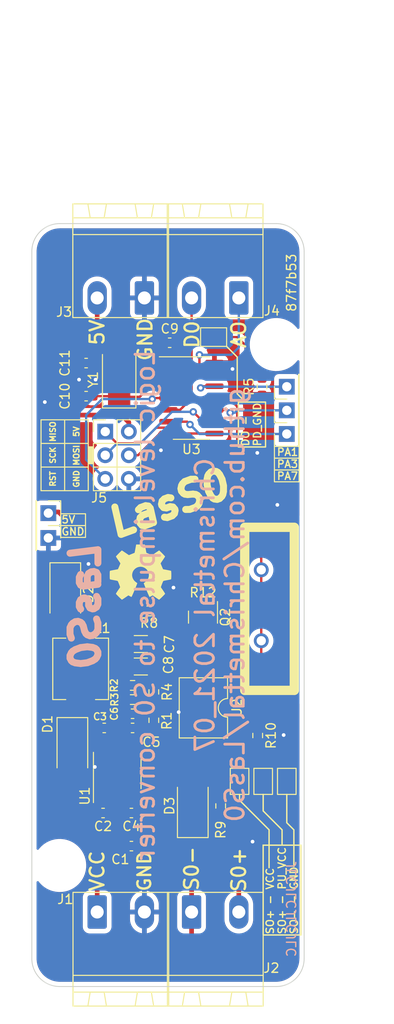
<source format=kicad_pcb>
(kicad_pcb (version 20210623) (generator pcbnew)
  (title_block (title "LasS0") (date "2021-06-03") (rev "v0.1"))
  (layers (0 "F.Cu" signal) (31 "B.Cu" signal) (34 "B.Paste" user) (35 "F.Paste" user) (36 "B.SilkS" user "B.Silkscreen") (37 "F.SilkS" user "F.Silkscreen") (38 "B.Mask" user) (39 "F.Mask" user) (44 "Edge.Cuts" user))
  (net 0 "")
  (net 1 "GND")
  (net 2 "VCC")
  (net 3 "Net-(C3-Pad1)")
  (net 4 "Net-(C3-Pad2)")
  (net 5 "Net-(C4-Pad1)")
  (net 6 "Net-(C5-Pad1)")
  (net 7 "Net-(C5-Pad2)")
  (net 8 "Net-(C7-Pad1)")
  (net 9 "+5V")
  (net 10 "/S0-")
  (net 11 "Net-(D3-Pad2)")
  (net 12 "/S0+")
  (net 13 "/A0")
  (net 14 "/D0")
  (net 15 "Net-(C10-Pad2)")
  (net 16 "Net-(C11-Pad2)")
  (net 17 "/RST")
  (net 18 "Net-(Q2-Pad1)")
  (net 19 "/MOSI")
  (net 20 "Net-(R2-Pad2)")
  (net 21 "Net-(R3-Pad2)")
  (net 22 "Net-(R8-Pad1)")
  (net 23 "Net-(R9-Pad1)")
  (net 25 "/SCK")
  (net 26 "/MISO")
  (net 27 "Net-(J7-Pad1)")
  (net 28 "Net-(J8-Pad1)")
  (net 29 "Net-(J9-Pad1)")
  (net 30 "Net-(JP1_PU1-Pad1)")
  (net 31 "Net-(Q2-Pad3)")
  (net 32 "Net-(R12-Pad2)")
  (net 33 "Net-(JP2_D1-Pad1)")
  (footprint "Crystal:Crystal_SMD_5032-2Pin_5.0x3.2mm" (layer "F.Cu") (at 143.258 75.77 90)
    (fp_text reference "Y1" (at 0 -2.8 90) (layer "F.SilkS"))
    (fp_text value "8 MHz")
    (pad "1" smd rect locked (at -1.85 0 90) (size 2 2.4) (layers "F.Cu" "F.Paste" "F.Mask") (net 15 "Net-(C10-Pad2)"))
    (pad "2" smd rect locked (at 1.85 0 90) (size 2 2.4) (layers "F.Cu" "F.Paste" "F.Mask") (net 16 "Net-(C11-Pad2)"))
  )
  (footprint "Capacitor_SMD:C_0603_1608Metric" (layer "F.Cu") (at 139.702 73.992)
    (fp_text reference "C11" (at -2.286 0 90) (layer "F.SilkS"))
    (fp_text value "22pF")
    (pad "1" smd roundrect locked (at -0.775 0) (size 0.9 0.95) (layers "F.Cu" "F.Paste" "F.Mask") (net 1 "GND"))
    (pad "2" smd roundrect locked (at 0.775 0) (size 0.9 0.95) (layers "F.Cu" "F.Paste" "F.Mask") (net 16 "Net-(C11-Pad2)"))
  )
  (footprint "MeineBib:Cixi_Kefa_Elec_KF2EDGR-5.08-2P" (layer "F.Cu") (at 143.43 62.99 180)
    (fp_text reference "J3" (at 6.096 -5.514) (layer "F.SilkS"))
    (fp_text value "CiKe2PinSock")
    (pad "1" thru_hole roundrect (at -2.54 -4 180) (size 2.08 3.6) (drill 1.4) (layers *.Cu *.Mask) (roundrect_rratio 0.1201918269) (net 1 "GND"))
    (pad "2" thru_hole oval (at 2.54 -4 180) (size 2.08 3.6) (drill 1.4) (layers *.Cu *.Mask) (net 9 "+5V"))
  )
  (footprint "Resistor_SMD:R_0603_1608Metric" (layer "F.Cu") (at 152.2765 97.2345 180)
    (fp_text reference "R12" (at 0 -1.43) (layer "F.SilkS"))
    (fp_text value "220R")
    (pad "1" smd roundrect locked (at -0.825 0 180) (size 0.8 0.95) (layers "F.Cu" "F.Paste" "F.Mask") (net 18 "Net-(Q2-Pad1)"))
    (pad "2" smd roundrect locked (at 0.825 0 180) (size 0.8 0.95) (layers "F.Cu" "F.Paste" "F.Mask") (net 32 "Net-(R12-Pad2)"))
  )
  (footprint "Package_SO:SOIC-14_3.9x8.7mm_P1.27mm" (layer "F.Cu") (at 151.0304 77.7512)
    (fp_text reference "U3" (at 0 5.5118) (layer "F.SilkS"))
    (fp_text value "ATtiny24A-SS")
    (pad "1" smd roundrect locked (at -2.475 -3.81) (size 1.95 0.6) (layers "F.Cu" "F.Paste" "F.Mask") (net 9 "+5V"))
    (pad "2" smd roundrect locked (at -2.475 -2.54) (size 1.95 0.6) (layers "F.Cu" "F.Paste" "F.Mask") (net 16 "Net-(C11-Pad2)"))
    (pad "3" smd roundrect locked (at -2.475 -1.27) (size 1.95 0.6) (layers "F.Cu" "F.Paste" "F.Mask") (net 15 "Net-(C10-Pad2)"))
    (pad "4" smd roundrect locked (at -2.475 0) (size 1.95 0.6) (layers "F.Cu" "F.Paste" "F.Mask") (net 17 "/RST"))
    (pad "5" smd roundrect locked (at -2.475 1.27) (size 1.95 0.6) (layers "F.Cu" "F.Paste" "F.Mask") (net 14 "/D0"))
    (pad "6" smd roundrect locked (at -2.475 2.54) (size 1.95 0.6) (layers "F.Cu" "F.Paste" "F.Mask") (net 29 "Net-(J9-Pad1)"))
    (pad "7" smd roundrect locked (at -2.475 3.81) (size 1.95 0.6) (layers "F.Cu" "F.Paste" "F.Mask") (net 19 "/MOSI"))
    (pad "8" smd roundrect locked (at 2.475 3.81) (size 1.95 0.6) (layers "F.Cu" "F.Paste" "F.Mask") (net 26 "/MISO"))
    (pad "9" smd roundrect locked (at 2.475 2.54) (size 1.95 0.6) (layers "F.Cu" "F.Paste" "F.Mask") (net 25 "/SCK"))
    (pad "10" smd roundrect locked (at 2.475 1.27) (size 1.95 0.6) (layers "F.Cu" "F.Paste" "F.Mask") (net 28 "Net-(J8-Pad1)"))
    (pad "11" smd roundrect locked (at 2.475 0) (size 1.95 0.6) (layers "F.Cu" "F.Paste" "F.Mask") (net 32 "Net-(R12-Pad2)"))
    (pad "12" smd roundrect locked (at 2.475 -1.27) (size 1.95 0.6) (layers "F.Cu" "F.Paste" "F.Mask") (net 27 "Net-(J7-Pad1)"))
    (pad "13" smd roundrect locked (at 2.475 -2.54) (size 1.95 0.6) (layers "F.Cu" "F.Paste" "F.Mask") (net 13 "/A0"))
    (pad "14" smd roundrect locked (at 2.475 -3.81) (size 1.95 0.6) (layers "F.Cu" "F.Paste" "F.Mask") (net 1 "GND"))
  )
  (footprint "Jumper:SolderJumper-2_P1.3mm_Open_TrianglePad1.0x1.5mm" (layer "F.Cu") (at 156.212 118.95 -90)
    (fp_text reference "JP1_VCC1" hide)
    (fp_text value "S0+ VCC")
    (pad "1" smd custom locked (at -0.725 0 270) (size 0.3 0.3) (layers "F.Cu" "F.Mask") (net 2 "VCC") (options (clearance outline) (anchor rect)) (primitives (gr_poly (pts (xy -0.5 -0.75) (xy 0.5 -0.75) (xy 1 0) (xy 0.5 0.75) (xy -0.5 0.75)) (width 0) (fill yes))))
    (pad "2" smd custom locked (at 0.725 0 270) (size 0.3 0.3) (layers "F.Cu" "F.Mask") (net 12 "/S0+") (options (clearance outline) (anchor rect)) (primitives (gr_poly (pts (xy -0.65 -0.75) (xy 0.5 -0.75) (xy 0.5 0.75) (xy -0.65 0.75) (xy -0.15 0)) (width 0) (fill yes))))
  )
  (footprint "Capacitor_SMD:C_1206_3216Metric" (layer "F.Cu") (at 145.589 106.604)
    (fp_text reference "C8" (at 2.9718 -0.1524 90) (layer "F.SilkS"))
    (fp_text value "47uF")
    (pad "1" smd roundrect locked (at -1.475 0) (size 1.15 1.8) (layers "F.Cu" "F.Paste" "F.Mask") (roundrect_rratio 0.2173913043) (net 8 "Net-(C7-Pad1)"))
    (pad "2" smd roundrect locked (at 1.475 0) (size 1.15 1.8) (layers "F.Cu" "F.Paste" "F.Mask") (roundrect_rratio 0.2173913043) (net 1 "GND"))
  )
  (footprint "MeineModule:PinheaderOwn" (layer "F.Cu") (at 135.638 92.788 -90)
    (fp_text reference "J10" hide)
    (fp_text value "Conn_01x01" hide)
    (pad "1" thru_hole rect locked (at 0 0 270) (size 1.7 1.7) (drill 1) (layers *.Cu *.Mask) (net 1 "GND"))
  )
  (footprint "Capacitor_SMD:C_0603_1608Metric" (layer "F.Cu") (at 141.652 113.208)
    (fp_text reference "C3" (at -0.4572 -1.2192) (layer "F.SilkS") (effects (font (size 0.75 0.75))))
    (fp_text value "10nF")
    (pad "1" smd roundrect locked (at -0.775 0) (size 0.9 0.95) (layers "F.Cu" "F.Paste" "F.Mask") (net 3 "Net-(C3-Pad1)"))
    (pad "2" smd roundrect locked (at 0.775 0) (size 0.9 0.95) (layers "F.Cu" "F.Paste" "F.Mask") (net 4 "Net-(C3-Pad2)"))
  )
  (footprint "Package_DIP:SMDIP-4_W9.53mm" (layer "F.Cu") (at 152.32 111.049 -90)
    (fp_text reference "U2" (at 0 -3.6 90) (layer "F.SilkS"))
    (fp_text value "EL817S1")
    (pad "1" smd rect locked (at -4.765 -1.27 270) (size 2 1.78) (layers "F.Cu" "F.Paste" "F.Mask") (net 22 "Net-(R8-Pad1)"))
    (pad "2" smd rect locked (at -4.765 1.27 270) (size 2 1.78) (layers "F.Cu" "F.Paste" "F.Mask") (net 31 "Net-(Q2-Pad3)"))
    (pad "3" smd rect locked (at 4.765 1.27 270) (size 2 1.78) (layers "F.Cu" "F.Paste" "F.Mask") (net 11 "Net-(D3-Pad2)"))
    (pad "4" smd rect locked (at 4.765 -1.27 270) (size 2 1.78) (layers "F.Cu" "F.Paste" "F.Mask") (net 23 "Net-(R9-Pad1)"))
  )
  (footprint "Resistor_SMD:R_0603_1608Metric" (layer "F.Cu") (at 158.625 76.532 -90)
    (fp_text reference "R5" (at 0 1.397 90) (layer "F.SilkS"))
    (fp_text value "10k")
    (pad "1" smd roundrect locked (at -0.825 0 270) (size 0.8 0.95) (layers "F.Cu" "F.Paste" "F.Mask") (net 33 "Net-(JP2_D1-Pad1)"))
    (pad "2" smd roundrect locked (at 0.825 0 270) (size 0.8 0.95) (layers "F.Cu" "F.Paste" "F.Mask") (net 1 "GND"))
  )
  (footprint "Diode_SMD:D_SMA" (layer "F.Cu") (at 138.223 115.494 -90)
    (fp_text reference "D1" (at -2.6924 2.667 90) (layer "F.SilkS"))
    (fp_text value "SS14")
    (pad "1" smd rect locked (at -2 0 270) (size 2.5 1.8) (layers "F.Cu" "F.Paste" "F.Mask") (net 3 "Net-(C3-Pad1)"))
    (pad "2" smd rect locked (at 2 0 270) (size 2.5 1.8) (layers "F.Cu" "F.Paste" "F.Mask") (net 1 "GND"))
  )
  (footprint "MeineModule:PinheaderOwn" (layer "F.Cu") (at 135.638 90.121 -90)
    (fp_text reference "J6" hide)
    (fp_text value "Conn_01x01" hide)
    (pad "1" thru_hole rect locked (at 0 0 270) (size 1.7 1.7) (drill 1) (layers *.Cu *.Mask) (net 9 "+5V"))
  )
  (footprint "Jumper:SolderJumper-2_P1.3mm_Open_TrianglePad1.0x1.5mm" (layer "F.Cu") (at 153.418 71.198 180)
    (fp_text reference "JP2_D1" hide)
    (fp_text value "DO PD")
    (pad "1" smd custom locked (at -0.725 0 180) (size 0.3 0.3) (layers "F.Cu" "F.Mask") (net 33 "Net-(JP2_D1-Pad1)") (options (clearance outline) (anchor rect)) (primitives (gr_poly (pts (xy -0.5 -0.75) (xy 0.5 -0.75) (xy 1 0) (xy 0.5 0.75) (xy -0.5 0.75)) (width 0) (fill yes))))
    (pad "2" smd custom locked (at 0.725 0 180) (size 0.3 0.3) (layers "F.Cu" "F.Mask") (net 14 "/D0") (options (clearance outline) (anchor rect)) (primitives (gr_poly (pts (xy -0.65 -0.75) (xy 0.5 -0.75) (xy 0.5 0.75) (xy -0.65 0.75) (xy -0.15 0)) (width 0) (fill yes))))
  )
  (footprint "Capacitor_SMD:C_0603_1608Metric" (layer "F.Cu") (at 144.7 113.208)
    (fp_text reference "C5" (at 2.032 1.524) (layer "F.SilkS"))
    (fp_text value "4.7nF")
    (pad "1" smd roundrect locked (at -0.775 0) (size 0.9 0.95) (layers "F.Cu" "F.Paste" "F.Mask") (net 6 "Net-(C5-Pad1)"))
    (pad "2" smd roundrect locked (at 0.775 0) (size 0.9 0.95) (layers "F.Cu" "F.Paste" "F.Mask") (net 7 "Net-(C5-Pad2)"))
  )
  (footprint "Symbol:OSHW-Symbol_6.7x6mm_SilkScreen" (layer "F.Cu") (at 145.544 96.471)
    (fp_text reference "LOGO3" hide)
    (fp_text value "OSHW" hide)
  )
  (footprint "Package_TO_SOT_SMD:SOT-23" (layer "F.Cu") (at 152.2765 101.2985 -90)
    (fp_text reference "Q2" (at 0 -2.4 90) (layer "F.SilkS"))
    (fp_text value "AO3400A")
    (pad "1" smd roundrect locked (at -0.9375 -0.95 270) (size 1.475 0.6) (layers "F.Cu" "F.Paste" "F.Mask") (net 18 "Net-(Q2-Pad1)"))
    (pad "2" smd roundrect locked (at -0.9375 0.95 270) (size 1.475 0.6) (layers "F.Cu" "F.Paste" "F.Mask") (net 1 "GND"))
    (pad "3" smd roundrect locked (at 0.9375 0 270) (size 1.475 0.6) (layers "F.Cu" "F.Paste" "F.Mask") (net 31 "Net-(Q2-Pad3)"))
  )
  (footprint "MeineModule:PinheaderOwn" (layer "F.Cu") (at 161.292 81.612 90)
    (fp_text reference "J9" hide)
    (fp_text value "Conn_01x01" hide)
    (pad "1" thru_hole rect locked (at 0 0 90) (size 1.7 1.7) (drill 1) (layers *.Cu *.Mask) (net 29 "Net-(J9-Pad1)"))
  )
  (footprint "Resistor_SMD:R_0603_1608Metric" (layer "F.Cu") (at 158.162 114.0208 -90)
    (fp_text reference "R10" (at 0 -1.43 90) (layer "F.SilkS"))
    (fp_text value "10k")
    (pad "1" smd roundrect locked (at -0.825 0 270) (size 0.8 0.95) (layers "F.Cu" "F.Paste" "F.Mask") (net 2 "VCC"))
    (pad "2" smd roundrect locked (at 0.825 0 270) (size 0.8 0.95) (layers "F.Cu" "F.Paste" "F.Mask") (net 30 "Net-(JP1_PU1-Pad1)"))
  )
  (footprint "Resistor_SMD:R_0603_1608Metric" (layer "F.Cu") (at 146.986 109.335 -90)
    (fp_text reference "R4" (at 0 -1.43 90) (layer "F.SilkS"))
    (fp_text value "220R")
    (pad "1" smd roundrect locked (at -0.825 0 270) (size 0.8 0.95) (layers "F.Cu" "F.Paste" "F.Mask") (net 21 "Net-(R3-Pad2)"))
    (pad "2" smd roundrect locked (at 0.825 0 270) (size 0.8 0.95) (layers "F.Cu" "F.Paste" "F.Mask") (net 1 "GND"))
  )
  (footprint "Capacitor_SMD:C_0603_1608Metric" (layer "F.Cu") (at 141.525 122.352 180)
    (fp_text reference "C2" (at 0 -1.43) (layer "F.SilkS"))
    (fp_text value "10nF")
    (pad "1" smd roundrect locked (at -0.775 0 180) (size 0.9 0.95) (layers "F.Cu" "F.Paste" "F.Mask") (net 2 "VCC"))
    (pad "2" smd roundrect locked (at 0.775 0 180) (size 0.9 0.95) (layers "F.Cu" "F.Paste" "F.Mask") (net 1 "GND"))
  )
  (footprint "Diode_SMD:D_SMA" (layer "F.Cu") (at 151.177 121.59 90)
    (fp_text reference "D3" (at 0 -2.5 90) (layer "F.SilkS"))
    (fp_text value "SS14")
    (pad "1" smd rect locked (at -2 0 90) (size 2.5 1.8) (layers "F.Cu" "F.Paste" "F.Mask") (net 10 "/S0-"))
    (pad "2" smd rect locked (at 2 0 90) (size 2.5 1.8) (layers "F.Cu" "F.Paste" "F.Mask") (net 11 "Net-(D3-Pad2)"))
  )
  (footprint "MeineModule:PinheaderOwn" (layer "F.Cu") (at 161.292 76.532 90)
    (fp_text reference "J7" hide)
    (fp_text value "Conn_01x01" hide)
    (pad "1" thru_hole rect locked (at 0 0 90) (size 1.7 1.7) (drill 1) (layers *.Cu *.Mask) (net 27 "Net-(J7-Pad1)"))
  )
  (footprint "MeineBib:EigenesMountingHole_2.7mm_M2.5" (layer "F.Cu") (at 136.86 127.99)
    (fp_text reference "H2" hide)
    (fp_text value "MountingHole")
    (pad "" np_thru_hole circle (at 0 0) (size 2.7 2.7) (drill 2.7) (layers *.Cu *.Mask) (clearance 1.5))
  )
  (footprint "MeineBib:Cixi_Kefa_Elec_KF2EDGR-5.08-2P" (layer "F.Cu") (at 153.59 62.99 180)
    (fp_text reference "J4" (at -6.096 -5.387) (layer "F.SilkS"))
    (fp_text value "CiKe2PinSock")
    (pad "1" thru_hole roundrect (at -2.54 -4 180) (size 2.08 3.6) (drill 1.4) (layers *.Cu *.Mask) (roundrect_rratio 0.1201918269) (net 13 "/A0"))
    (pad "2" thru_hole oval (at 2.54 -4 180) (size 2.08 3.6) (drill 1.4) (layers *.Cu *.Mask) (net 14 "/D0"))
  )
  (footprint "Resistor_SMD:R_0603_1608Metric" (layer "F.Cu") (at 146.986 112.383 90)
    (fp_text reference "R1" (at -0.063 1.397 90) (layer "F.SilkS"))
    (fp_text value "47K")
    (pad "1" smd roundrect locked (at -0.825 0 90) (size 0.8 0.95) (layers "F.Cu" "F.Paste" "F.Mask") (net 7 "Net-(C5-Pad2)"))
    (pad "2" smd roundrect locked (at 0.825 0 90) (size 0.8 0.95) (layers "F.Cu" "F.Paste" "F.Mask") (net 1 "GND"))
  )
  (footprint "Resistor_SMD:R_0603_1608Metric" (layer "F.Cu") (at 146.478 100.635 180)
    (fp_text reference "R8" (at 0 -1.297) (layer "F.SilkS"))
    (fp_text value "220R")
    (pad "1" smd roundrect locked (at -0.825 0 180) (size 0.8 0.95) (layers "F.Cu" "F.Paste" "F.Mask") (net 22 "Net-(R8-Pad1)"))
    (pad "2" smd roundrect locked (at 0.825 0 180) (size 0.8 0.95) (layers "F.Cu" "F.Paste" "F.Mask") (net 9 "+5V"))
  )
  (footprint "MeineModule:PinheaderOwn" (layer "F.Cu") (at 161.292 79.072 90)
    (fp_text reference "J8" hide)
    (fp_text value "Conn_01x01" hide)
    (pad "1" thru_hole rect locked (at 0 0 90) (size 1.7 1.7) (drill 1) (layers *.Cu *.Mask) (net 28 "Net-(J8-Pad1)"))
  )
  (footprint "Diode_SMD:D_SMA" (layer "F.Cu") (at 137.461 98.857 -90)
    (fp_text reference "D2" (at 0 -2.5 90) (layer "F.SilkS"))
    (fp_text value "SS14")
    (pad "1" smd rect locked (at -2 0 270) (size 2.5 1.8) (layers "F.Cu" "F.Paste" "F.Mask") (net 9 "+5V"))
    (pad "2" smd rect locked (at 2 0 270) (size 2.5 1.8) (layers "F.Cu" "F.Paste" "F.Mask") (net 8 "Net-(C7-Pad1)"))
  )
  (footprint "Capacitor_SMD:C_0603_1608Metric" (layer "F.Cu") (at 144.573 125.908 180)
    (fp_text reference "C1" (at 1.188 -1.424 180) (layer "F.SilkS"))
    (fp_text value "100nF")
    (pad "1" smd roundrect locked (at -0.775 0 180) (size 0.9 0.95) (layers "F.Cu" "F.Paste" "F.Mask") (net 1 "GND"))
    (pad "2" smd roundrect locked (at 0.775 0 180) (size 0.9 0.95) (layers "F.Cu" "F.Paste" "F.Mask") (net 2 "VCC"))
  )
  (footprint "MeineBib:Binary_6_v0.1" (layer "F.Cu") (at 159.51 100 90)
    (fp_text reference "LOGO1" hide)
    (fp_text value "Binary-6" hide)
    (fp_text user "Binary-6" (at -2.0654 0.8128 90) (layer "F.Cu") (effects (font (size 1.2 1.2) (thickness 0.2))))
    (fp_line (start 3.5306 1.8288) (end -8.9408 1.8288) (layer "F.Cu") (width 0.25))
    (fp_line (start -5.6134 -0.9652) (end -8.4074 1.8288) (layer "F.Cu") (width 0.25))
    (fp_line (start 8.128 -1.2192) (end 6.5786 -1.2192) (layer "F.Cu") (width 0.25))
    (fp_line (start 5.0546 -0.9652) (end 6.0706 -1.9812) (layer "F.Cu") (width 0.25))
    (fp_line (start 3.7846 -0.9652) (end 5.0546 -0.9652) (layer "F.Cu") (width 0.25))
    (fp_line (start 6.5786 -1.2192) (end 3.5306 1.8288) (layer "F.Cu") (width 0.25))
    (fp_line (start -3.8354 -0.9652) (end -5.6134 -0.9652) (layer "F.Cu") (width 0.25))
    (fp_line (start 1.2446 -0.9652) (end 3.7846 -0.9652) (layer "F.Cu") (width 0.25))
    (fp_line (start -3.8354 -0.9652) (end -1.2954 -0.9652) (layer "F.Cu") (width 0.25))
    (fp_line (start 6.0706 -1.9812) (end 8.0772 -1.9812) (layer "F.Cu") (width 0.25))
    (pad "" thru_hole oval locked (at 3.7846 -0.9652 90) (size 1.6 1.6) (drill 1) (layers *.Cu *.Mask))
    (pad "" thru_hole circle locked (at -3.8354 -0.9652 90) (size 1.6 1.6) (drill 1) (layers *.Cu *.Mask))
    (pad "" smd roundrect locked (at -0.8954 -0.9652 90) (size 0.9 1.8) (layers "F.Cu" "F.Mask"))
    (pad "" smd roundrect locked (at 0.8446 -0.9652 90) (size 0.9 1.8) (layers "F.Cu" "F.Mask"))
  )
  (footprint "Jumper:SolderJumper-2_P1.3mm_Open_TrianglePad1.0x1.5mm" (layer "F.Cu") (at 158.752 118.95 -90)
    (fp_text reference "JP1_PU1" hide)
    (fp_text value "S0+ PU")
    (pad "1" smd custom locked (at -0.725 0 270) (size 0.3 0.3) (layers "F.Cu" "F.Mask") (net 30 "Net-(JP1_PU1-Pad1)") (options (clearance outline) (anchor rect)) (primitives (gr_poly (pts (xy -0.5 -0.75) (xy 0.5 -0.75) (xy 1 0) (xy 0.5 0.75) (xy -0.5 0.75)) (width 0) (fill yes))))
    (pad "2" smd custom locked (at 0.725 0 270) (size 0.3 0.3) (layers "F.Cu" "F.Mask") (net 12 "/S0+") (options (clearance outline) (anchor rect)) (primitives (gr_poly (pts (xy -0.65 -0.75) (xy 0.5 -0.75) (xy 0.5 0.75) (xy -0.65 0.75) (xy -0.15 0)) (width 0) (fill yes))))
  )
  (footprint "Resistor_SMD:R_0603_1608Metric" (layer "F.Cu") (at 144.7 108.636)
    (fp_text reference "R2" (at -1.9812 0 90) (layer "F.SilkS") (effects (font (size 0.75 0.75))))
    (fp_text value "10k")
    (pad "1" smd roundrect locked (at -0.825 0) (size 0.8 0.95) (layers "F.Cu" "F.Paste" "F.Mask") (net 8 "Net-(C7-Pad1)"))
    (pad "2" smd roundrect locked (at 0.825 0) (size 0.8 0.95) (layers "F.Cu" "F.Paste" "F.Mask") (net 20 "Net-(R2-Pad2)"))
  )
  (footprint "Resistor_SMD:R_0603_1608Metric" (layer "F.Cu") (at 144.7 110.16)
    (fp_text reference "R3" (at -1.9304 0 90) (layer "F.SilkS") (effects (font (size 0.75 0.75))))
    (fp_text value "1.5k")
    (pad "1" smd roundrect locked (at -0.825 0) (size 0.8 0.95) (layers "F.Cu" "F.Paste" "F.Mask") (net 20 "Net-(R2-Pad2)"))
    (pad "2" smd roundrect locked (at 0.825 0) (size 0.8 0.95) (layers "F.Cu" "F.Paste" "F.Mask") (net 21 "Net-(R3-Pad2)"))
  )
  (footprint "MeineBib:Cixi_Kefa_Elec_KF2EDGR-5.08-2P" (layer "F.Cu") (at 143.43 136.99)
    (fp_text reference "J1" (at -5.969 -5.367) (layer "F.SilkS"))
    (fp_text value "CiKe2PinSock")
    (pad "1" thru_hole roundrect (at -2.54 -4) (size 2.08 3.6) (drill 1.4) (layers *.Cu *.Mask) (roundrect_rratio 0.1201918269) (net 2 "VCC"))
    (pad "2" thru_hole oval (at 2.54 -4) (size 2.08 3.6) (drill 1.4) (layers *.Cu *.Mask) (net 1 "GND"))
  )
  (footprint "Resistor_SMD:R_0603_1608Metric" (layer "F.Cu") (at 154.18 121.59 -90)
    (fp_text reference "R9" (at 2.567 0 90) (layer "F.SilkS"))
    (fp_text value "220R")
    (pad "1" smd roundrect locked (at -0.825 0 270) (size 0.8 0.95) (layers "F.Cu" "F.Paste" "F.Mask") (net 23 "Net-(R9-Pad1)"))
    (pad "2" smd roundrect locked (at 0.825 0 270) (size 0.8 0.95) (layers "F.Cu" "F.Paste" "F.Mask") (net 12 "/S0+"))
  )
  (footprint "Capacitor_SMD:C_0603_1608Metric" (layer "F.Cu") (at 144.573 122.352)
    (fp_text reference "C4" (at 0 1.4224) (layer "F.SilkS"))
    (fp_text value "10nF")
    (pad "1" smd roundrect locked (at -0.775 0) (size 0.9 0.95) (layers "F.Cu" "F.Paste" "F.Mask") (net 5 "Net-(C4-Pad1)"))
    (pad "2" smd roundrect locked (at 0.775 0) (size 0.9 0.95) (layers "F.Cu" "F.Paste" "F.Mask") (net 1 "GND"))
  )
  (footprint "MeineBib:AVR_ISP" (layer "F.Cu") (at 141.7594 81.358)
    (fp_text reference "J5" (at -0.6604 7.112 180) (layer "F.SilkS"))
    (fp_text value "ICSP")
    (fp_text user "SCK" (at -5.6388 2.54 90) (layer "F.SilkS") (effects (font (size 0.6 0.6))))
    (fp_text user "RST" (at -5.6388 5.08 90) (layer "F.SilkS") (effects (font (size 0.6 0.6))))
    (fp_text user "MISO" (at -5.6388 0 270) (layer "F.SilkS") (effects (font (size 0.6 0.6))))
    (fp_text user "GND" (at -3.0988 5.08 90) (layer "F.SilkS") (effects (font (size 0.6 0.6))))
    (fp_text user "5V" (at -3.0988 0 90) (layer "F.SilkS") (effects (font (size 0.6 0.6))))
    (fp_text user "MOSI" (at -3.0988 2.54 90) (layer "F.SilkS") (effects (font (size 0.6 0.6))))
    (pad "1" thru_hole rect (at 0 0) (size 1.7 1.7) (drill 1) (layers *.Cu *.Mask) (net 26 "/MISO"))
    (pad "2" thru_hole oval (at 2.54 0) (size 1.7 1.7) (drill 1) (layers *.Cu *.Mask) (net 9 "+5V"))
    (pad "3" thru_hole oval (at 0 2.54) (size 1.7 1.7) (drill 1) (layers *.Cu *.Mask) (net 25 "/SCK"))
    (pad "4" thru_hole oval (at 2.54 2.54) (size 1.7 1.7) (drill 1) (layers *.Cu *.Mask) (net 19 "/MOSI"))
    (pad "5" thru_hole oval (at 0 5.08) (size 1.7 1.7) (drill 1) (layers *.Cu *.Mask) (net 17 "/RST"))
    (pad "6" thru_hole oval (at 2.54 5.08) (size 1.7 1.7) (drill 1) (layers *.Cu *.Mask) (net 1 "GND"))
  )
  (footprint "MeineBib:Sunltech_SLO0630H" (layer "F.Cu") (at 139.112 106.858 -90)
    (fp_text reference "L1" (at -4.3688 -2.3368 180) (layer "F.SilkS"))
    (fp_text value "6.8uH")
    (pad "1" smd rect (at -2.75 0 270) (size 1.95 3) (layers "F.Cu" "F.Paste" "F.Mask") (net 8 "Net-(C7-Pad1)"))
    (pad "2" smd rect (at 2.75 0 270) (size 1.95 3) (layers "F.Cu" "F.Paste" "F.Mask") (net 3 "Net-(C3-Pad1)"))
  )
  (footprint "MeineBib:Cixi_Kefa_Elec_KF2EDGR-5.08-2P" (layer "F.Cu") (at 153.59 136.99)
    (fp_text reference "J2" (at 6.051 2.026) (layer "F.SilkS"))
    (fp_text value "CiKe2PinSock")
    (pad "1" thru_hole roundrect (at -2.54 -4) (size 2.08 3.6) (drill 1.4) (layers *.Cu *.Mask) (roundrect_rratio 0.1201918269) (net 10 "/S0-"))
    (pad "2" thru_hole oval (at 2.54 -4) (size 2.08 3.6) (drill 1.4) (layers *.Cu *.Mask) (net 12 "/S0+"))
  )
  (footprint "Jumper:SolderJumper-2_P1.3mm_Open_TrianglePad1.0x1.5mm" (layer "F.Cu") (at 161.292 118.95 90)
    (fp_text reference "JP1_D1" hide)
    (fp_text value "S0- GND")
    (pad "1" smd custom locked (at -0.725 0 90) (size 0.3 0.3) (layers "F.Cu" "F.Mask") (net 10 "/S0-") (options (clearance outline) (anchor rect)) (primitives (gr_poly (pts (xy -0.5 -0.75) (xy 0.5 -0.75) (xy 1 0) (xy 0.5 0.75) (xy -0.5 0.75)) (width 0) (fill yes))))
    (pad "2" smd custom locked (at 0.725 0 90) (size 0.3 0.3) (layers "F.Cu" "F.Mask") (net 1 "GND") (options (clearance outline) (anchor rect)) (primitives (gr_poly (pts (xy -0.65 -0.75) (xy 0.5 -0.75) (xy 0.5 0.75) (xy -0.65 0.75) (xy -0.15 0)) (width 0) (fill yes))))
  )
  (footprint "Capacitor_SMD:C_1206_3216Metric" (layer "F.Cu") (at 145.589 104.191)
    (fp_text reference "C7" (at 3.0734 0.0254 90) (layer "F.SilkS"))
    (fp_text value "47uF")
    (pad "1" smd roundrect locked (at -1.475 0) (size 1.15 1.8) (layers "F.Cu" "F.Paste" "F.Mask") (roundrect_rratio 0.2173913043) (net 8 "Net-(C7-Pad1)"))
    (pad "2" smd roundrect locked (at 1.475 0) (size 1.15 1.8) (layers "F.Cu" "F.Paste" "F.Mask") (roundrect_rratio 0.2173913043) (net 1 "GND"))
  )
  (footprint "MeineBib:EigenesMountingHole_2.7mm_M2.5" (layer "F.Cu") (at 160.16 72)
    (fp_text reference "H1" hide)
    (fp_text value "MountingHole")
    (pad "" np_thru_hole circle (at 0 0) (size 2.7 2.7) (drill 2.7) (layers *.Cu *.Mask) (clearance 1.5))
  )
  (footprint "Package_SO:SOIC-8_3.9x4.9mm_P1.27mm" (layer "F.Cu") (at 143.049 117.78 90)
    (fp_text reference "U1" (at -2.7432 -3.4798 90) (layer "F.SilkS"))
    (fp_text value "TPS54331D")
    (pad "1" smd roundrect locked (at -2.475 -1.905 90) (size 1.95 0.6) (layers "F.Cu" "F.Paste" "F.Mask") (net 4 "Net-(C3-Pad2)"))
    (pad "2" smd roundrect locked (at -2.475 -0.635 90) (size 1.95 0.6) (layers "F.Cu" "F.Paste" "F.Mask") (net 2 "VCC"))
    (pad "3" smd roundrect locked (at -2.475 0.635 90) (size 1.95 0.6) (layers "F.Cu" "F.Paste" "F.Mask"))
    (pad "4" smd roundrect locked (at -2.475 1.905 90) (size 1.95 0.6) (layers "F.Cu" "F.Paste" "F.Mask") (net 5 "Net-(C4-Pad1)"))
    (pad "5" smd roundrect locked (at 2.475 1.905 90) (size 1.95 0.6) (layers "F.Cu" "F.Paste" "F.Mask") (net 20 "Net-(R2-Pad2)"))
    (pad "6" smd roundrect locked (at 2.475 0.635 90) (size 1.95 0.6) (layers "F.Cu" "F.Paste" "F.Mask") (net 6 "Net-(C5-Pad1)"))
    (pad "7" smd roundrect locked (at 2.475 -0.635 90) (size 1.95 0.6) (layers "F.Cu" "F.Paste" "F.Mask") (net 1 "GND"))
    (pad "8" smd roundrect locked (at 2.475 -1.905 90) (size 1.95 0.6) (layers "F.Cu" "F.Paste" "F.Mask") (net 3 "Net-(C3-Pad1)"))
  )
  (footprint "Capacitor_SMD:C_0603_1608Metric" (layer "F.Cu") (at 144.7 111.684)
    (fp_text reference "C6" (at -1.9812 0 90) (layer "F.SilkS") (effects (font (size 0.75 0.75))))
    (fp_text value "33pF")
    (pad "1" smd roundrect locked (at -0.775 0) (size 0.9 0.95) (layers "F.Cu" "F.Paste" "F.Mask") (net 6 "Net-(C5-Pad1)"))
    (pad "2" smd roundrect locked (at 0.775 0) (size 0.9 0.95) (layers "F.Cu" "F.Paste" "F.Mask") (net 1 "GND"))
  )
  (footprint "Capacitor_SMD:C_0603_1608Metric" (layer "F.Cu") (at 148.6936 71.8076 180)
    (fp_text reference "C9" (at 0 1.4986) (layer "F.SilkS"))
    (fp_text value "100nF")
    (pad "1" smd roundrect locked (at -0.775 0 180) (size 0.9 0.95) (layers "F.Cu" "F.Paste" "F.Mask") (net 1 "GND"))
    (pad "2" smd roundrect locked (at 0.775 0 180) (size 0.9 0.95) (layers "F.Cu" "F.Paste" "F.Mask") (net 9 "+5V"))
  )
  (footprint "Capacitor_SMD:C_0603_1608Metric" (layer "F.Cu") (at 139.702 77.548)
    (fp_text reference "C10" (at -2.286 0 90) (layer "F.SilkS"))
    (fp_text value "22pF")
    (pad "1" smd roundrect locked (at -0.775 0) (size 0.9 0.95) (layers "F.Cu" "F.Paste" "F.Mask") (net 1 "GND"))
    (pad "2" smd roundrect locked (at 0.775 0) (size 0.9 0.95) (layers "F.Cu" "F.Paste" "F.Mask") (net 15 "Net-(C10-Pad2)"))
  )
  (gr_rect (start 159.962 84.212) (end 162.629 82.942) (layer "F.SilkS") (width 0.12) (fill none))
  (gr_line (start 156.847 78.183) (end 155.958 77.294) (layer "F.SilkS") (width 0.15))
  (gr_line (start 156.212 120.982) (end 156.212 120.35) (layer "F.SilkS") (width 0.15))
  (gr_rect (start 159.962 86.752) (end 162.629 85.482) (layer "F.SilkS") (width 0.12) (fill none))
  (gr_line (start 155.958 73.338) (end 155.958 77.294) (layer "F.SilkS") (width 0.15))
  (gr_rect (start 136.968 91.458) (end 139.635 90.188) (layer "F.SilkS") (width 0.12) (fill none))
  (gr_line (start 162.054 128.094) (end 162.054 124.157) (layer "F.SilkS") (width 0.15))
  (gr_line (start 159.387 125.3) (end 159.387 124.157) (layer "F.SilkS") (width 0.15))
  (gr_line (start 154.818 72.198) (end 155.958 73.338) (layer "F.SilkS") (width 0.15))
  (gr_line (start 159.387 124.157) (end 156.72 121.49) (layer "F.SilkS") (width 0.15))
  (gr_line (start 160.784 124.157) (end 160.784 125.808) (layer "F.SilkS") (width 0.15))
  (gr_rect (start 156.085 83.009) (end 159.006 78.183) (layer "F.SilkS") (width 0.15) (fill none))
  (gr_line (start 162.054 124.157) (end 161.292 123.395) (layer "F.SilkS") (width 0.15))
  (gr_line (start 159.387 128.221) (end 159.387 125.3) (layer "F.SilkS") (width 0.15))
  (gr_rect (start 159.962 85.482) (end 162.629 84.212) (layer "F.SilkS") (width 0.12) (fill none))
  (gr_line (start 158.752 120.35) (end 158.752 122.125) (layer "F.SilkS") (width 0.15))
  (gr_line (start 161.292 123.395) (end 161.292 120.35) (layer "F.SilkS") (width 0.15))
  (gr_line (start 156.72 121.49) (end 156.212 120.982) (layer "F.SilkS") (width 0.15))
  (gr_rect (start 136.968 92.728) (end 139.635 91.458) (layer "F.SilkS") (width 0.12) (fill none))
  (gr_line (start 158.752 122.125) (end 160.784 124.157) (layer "F.SilkS") (width 0.15))
  (gr_rect (start 158.75 135.46) (end 162.814 125.808) (layer "F.SilkS") (width 0.15) (fill none))
  (gr_arc (start 136.86 62) (end 133.86 62) (angle 90) (layer "Edge.Cuts") (width 0.1))
  (gr_line (start 163.16 138) (end 163.16 62) (layer "Edge.Cuts") (width 0.1))
  (gr_arc (start 160.16 62) (end 160.16 59) (angle 90) (layer "Edge.Cuts") (width 0.1))
  (gr_line (start 133.86 62) (end 133.86 138) (layer "Edge.Cuts") (width 0.1))
  (gr_arc (start 136.86 138) (end 133.86 138) (angle -90) (layer "Edge.Cuts") (width 0.1))
  (gr_arc (start 160.16 138) (end 163.16 138) (angle 90) (layer "Edge.Cuts") (width 0.1))
  (gr_line (start 160.16 59) (end 136.86 59) (layer "Edge.Cuts") (width 0.1))
  (gr_line (start 136.86 141) (end 160.16 141) (layer "Edge.Cuts") (width 0.1))
  (gr_text "LasS0" (at 139.62 100 90) (layer "B.SilkS") (effects (font (size 3 3) (thickness 0.75) italic) (justify mirror)))
  (gr_text "Logic level impulse to S0 converter\n\nChrismettal 2021_07\ngithub.com/Chrismettal/LasS0" (at 150.878 100 90) (layer "B.SilkS") (effects (font (size 2 2) (thickness 0.3)) (justify mirror)))
  (gr_text "JLCJLCJLCJLC" (at 161.8 132.666 90) (layer "B.SilkS") (effects (font (size 1 1)) (justify mirror)))
  (gr_text "GND" (at 146.052 71.452 90) (layer "F.SilkS") (effects (font (size 1.5 1.5) (thickness 0.25))))
  (gr_text "PA1\nPA3\nPA7" (at 160.149 84.847) (layer "F.SilkS") (effects (font (size 0.8 0.8)) (justify left)))
  (gr_text "VCC" (at 140.89 128.575 90) (layer "F.SilkS") (effects (font (size 1.5 1.5) (thickness 0.25))))
  (gr_text "SO+ - VCC\nSO+ - PU_VCC\nSO- - GND" (at 160.782 135.46 90) (layer "F.SilkS") (effects (font (size 0.8 0.8)) (justify left)))
  (gr_text "D0" (at 151.1008 70.917 90) (layer "F.SilkS") (effects (font (size 1.5 1.5) (thickness 0.25))))
  (gr_text "AO" (at 156.13 70.917 90) (layer "F.SilkS") (effects (font (size 1.5 1.5) (thickness 0.25))))
  (gr_text "5V" (at 140.89 70.69 90) (layer "F.SilkS") (effects (font (size 1.5 1.5) (thickness 0.25))))
  (gr_text "87f7b53" (at 161.8 65.356 90) (layer "F.SilkS") (effects (font (size 1 1))))
  (gr_text "GND" (at 145.97 128.602 90) (layer "F.SilkS") (effects (font (size 1.4 1.4) (thickness 0.25))))
  (gr_text "S0-" (at 151.05 128.321 90) (layer "F.SilkS") (effects (font (size 1.5 1.5) (thickness 0.25))))
  (gr_text "DO -\nPD_GND" (at 157.482 83.009 90) (layer "F.SilkS") (effects (font (size 0.8 0.8)) (justify left)))
  (gr_text "S0+" (at 156.13 128.448 90) (layer "F.SilkS") (effects (font (size 1.5 1.5) (thickness 0.25))))
  (gr_text "LasS0" (at 148.592 89.105 20) (layer "F.SilkS") (effects (font (size 3 3) (thickness 0.75) italic)))
  (gr_text "5V\nGND" (at 136.968 91.458) (layer "F.SilkS") (effects (font (size 0.8 0.8)) (justify left)))
  (segment (start 141.398 118.288) (end 140.128 118.288) (width 0.5) (layer "F.Cu") (net 1))
  (segment (start 140.75 122.352) (end 140.128 121.73) (width 0.5) (layer "F.Cu") (net 1))
  (segment (start 146.097 111.684) (end 146.223 111.558) (width 0.5) (layer "F.Cu") (net 1))
  (segment (start 142.414 117.272) (end 141.398 118.288) (width 0.5) (layer "F.Cu") (net 1))
  (segment (start 146.986 110.16) (end 146.986 111.558) (width 0.5) (layer "F.Cu") (net 1))
  (segment (start 140.128 121.73) (end 140.128 118.288) (width 0.5) (layer "F.Cu") (net 1))
  (segment (start 142.414 115.305) (end 142.414 117.272) (width 0.5) (layer "F.Cu") (net 1))
  (segment (start 139.334 117.494) (end 138.223 117.494) (width 0.5) (layer "F.Cu") (net 1))
  (segment (start 145.475 111.684) (end 146.097 111.684) (width 0.5) (layer "F.Cu") (net 1))
  (segment (start 146.223 111.558) (end 146.986 111.558) (width 0.5) (layer "F.Cu") (net 1))
  (segment (start 140.128 118.288) (end 139.334 117.494) (width 0.5) (layer "F.Cu") (net 1))
  (segment (start 147.064 104.191) (end 147.064 106.604) (width 0.5) (layer "F.Cu") (net 1))
  (via (at 149.1 98.122) (size 0.8) (drill 0.4) (layers "F.Cu" "B.Cu") (net 1))
  (via (at 138.94 75.77) (size 0.8) (drill 0.4) (layers "F.Cu" "B.Cu") (net 1))
  (via (at 157.609 125.427) (size 0.8) (drill 0.4) (layers "F.Cu" "B.Cu") (net 1))
  (via (at 135.257 78.183) (size 0.8) (drill 0.4) (layers "F.Cu" "B.Cu") (net 1))
  (via (at 160.956 113.97) (size 0.8) (drill 0.4) (layers "F.Cu" "B.Cu") (net 1))
  (via (at 155.45 74.627) (size 0.8) (drill 0.4) (layers "F.Cu" "B.Cu") (net 1))
  (via (at 140.718 75.77) (size 0.8) (drill 0.4) (layers "F.Cu" "B.Cu") (net 1))
  (via (at 140.636 117.399) (size 0.8) (drill 0.4) (layers "F.Cu" "B.Cu") (net 1))
  (via (at 147.748 83.363) (size 0.8) (drill 0.4) (layers "F.Cu" "B.Cu") (net 1))
  (via (at 158.117 83.644) (size 0.8) (drill 0.4) (layers "F.Cu" "B.Cu") (net 1))
  (via (at 149.6588 111.5078) (size 0.8) (drill 0.4) (layers "F.Cu" "B.Cu") (net 1))
  (via (at 139.956 95.582) (size 0.8) (drill 0.4) (layers "F.Cu" "B.Cu") (net 1))
  (via (at 160.276 89.232) (size 0.8) (drill 0.4) (layers "F.Cu" "B.Cu") (net 1))
  (segment (start 156.212 113.3852) (end 154.6002 111.7734) (width 0.5) (layer "F.Cu") (net 2))
  (segment (start 147.5956 115.7988) (end 151.621 111.7734) (width 0.5) (layer "F.Cu") (net 2))
  (segment (start 142.3 124.4472) (end 142.3 122.352) (width 0.5) (layer "F.Cu") (net 2))
  (segment (start 140.89 127.94) (end 142.3 126.53) (width 0.5) (layer "F.Cu") (net 2))
  (segment (start 142.3 122.352) (end 142.3 121.831) (width 0.5) (layer "F.Cu") (net 2))
  (segment (start 156.212 118.225) (end 156.212 113.3852) (width 0.5) (layer "F.Cu") (net 2))
  (segment (start 143.798 125.908) (end 142.922 125.908) (width 0.5) (layer "F.Cu") (net 2))
  (segment (start 142.3124 124.4348) (end 146.1732 124.4348) (width 0.5) (layer "F.Cu") (net 2))
  (segment (start 146.1732 124.4348) (end 147.5956 123.0124) (width 0.5) (layer "F.Cu") (net 2))
  (segment (start 154.6002 111.7734) (end 156.7396 111.7734) (width 0.5) (layer "F.Cu") (net 2))
  (segment (start 142.922 125.908) (end 142.3 126.53) (width 0.5) (layer "F.Cu") (net 2))
  (segment (start 151.621 111.7734) (end 154.6002 111.7734) (width 0.5) (layer "F.Cu") (net 2))
  (segment (start 142.3 126.53) (end 142.3 124.4472) (width 0.5) (layer "F.Cu") (net 2))
  (segment (start 142.3 124.4472) (end 142.3124 124.4348) (width 0.5) (layer "F.Cu") (net 2))
  (segment (start 147.5956 123.0124) (end 147.5956 115.7988) (width 0.5) (layer "F.Cu") (net 2))
  (segment (start 142.3 121.831) (end 142.414 121.717) (width 0.5) (layer "F.Cu") (net 2))
  (segment (start 142.414 121.717) (end 142.414 120.255) (width 0.5) (layer "F.Cu") (net 2))
  (segment (start 156.7396 111.7734) (end 158.162 113.1958) (width 0.5) (layer "F.Cu") (net 2))
  (segment (start 140.89 132.99) (end 140.89 127.94) (width 0.5) (layer "F.Cu") (net 2))
  (segment (start 139.334 113.494) (end 139.62 113.208) (width 0.5) (layer "F.Cu") (net 3))
  (segment (start 139.62 113.208) (end 140.877 113.208) (width 0.5) (layer "F.Cu") (net 3))
  (segment (start 140.877 113.208) (end 140.877 113.957) (width 0.5) (layer "F.Cu") (net 3))
  (segment (start 138.223 113.494) (end 139.334 113.494) (width 0.5) (layer "F.Cu") (net 3))
  (segment (start 139.112 109.608) (end 139.112 110.668) (width 0.5) (layer "F.Cu") (net 3))
  (segment (start 141.144 114.224) (end 141.144 115.305) (width 0.5) (layer "F.Cu") (net 3))
  (segment (start 140.877 113.957) (end 141.144 114.224) (width 0.5) (layer "F.Cu") (net 3))
  (segment (start 139.112 110.668) (end 138.223 111.557) (width 0.5) (layer "F.Cu") (net 3))
  (segment (start 138.223 111.557) (end 138.223 113.494) (width 0.5) (layer "F.Cu") (net 3))
  (segment (start 141.144 119.177) (end 141.144 120.255) (width 0.25) (layer "F.Cu") (net 4))
  (segment (start 142.033 118.923) (end 141.398 118.923) (width 0.25) (layer "F.Cu") (net 4))
  (segment (start 142.427 113.664854) (end 143.03852 114.276374) (width 0.25) (layer "F.Cu") (net 4))
  (segment (start 141.398 118.923) (end 141.144 119.177) (width 0.25) (layer "F.Cu") (net 4))
  (segment (start 142.427 113.208) (end 142.427 113.664854) (width 0.25) (layer "F.Cu") (net 4))
  (segment (start 143.03852 117.91748) (end 142.033 118.923) (width 0.25) (layer "F.Cu") (net 4))
  (segment (start 143.03852 114.276374) (end 143.03852 117.91748) (width 0.25) (layer "F.Cu") (net 4))
  (segment (start 143.798 122.352) (end 144.954 121.196) (width 0.25) (layer "F.Cu") (net 5))
  (segment (start 144.954 121.196) (end 144.954 120.255) (width 0.25) (layer "F.Cu") (net 5))
  (segment (start 143.925 113.729) (end 143.684 113.97) (width 0.25) (layer "F.Cu") (net 6))
  (segment (start 143.925 111.684) (end 143.925 113.208) (width 0.25) (layer "F.Cu") (net 6))
  (segment (start 143.925 113.208) (end 143.925 113.729) (width 0.25) (layer "F.Cu") (net 6))
  (segment (start 143.684 113.97) (end 143.684 115.305) (width 0.25) (layer "F.Cu") (net 6))
  (segment (start 145.475 113.208) (end 146.986 113.208) (width 0.25) (layer "F.Cu") (net 7))
  (segment (start 144.114 107.698) (end 143.875 107.937) (width 0.5) (layer "F.Cu") (net 8))
  (segment (start 137.461 100.857) (end 137.461 101.651) (width 0.5) (layer "F.Cu") (net 8))
  (segment (start 139.195 104.191) (end 139.112 104.108) (width 0.5) (layer "F.Cu") (net 8))
  (segment (start 139.112 103.302) (end 139.112 104.108) (width 0.5) (layer "F.Cu") (net 8))
  (segment (start 137.461 101.651) (end 139.112 103.302) (width 0.5) (layer "F.Cu") (net 8))
  (segment (start 144.114 104.191) (end 139.195 104.191) (width 0.5) (layer "F.Cu") (net 8))
  (segment (start 144.114 106.604) (end 144.114 107.698) (width 0.5) (layer "F.Cu") (net 8))
  (segment (start 143.875 107.937) (end 143.875 108.636) (width 0.5) (layer "F.Cu") (net 8))
  (segment (start 144.114 106.604) (end 144.114 104.191) (width 0.5) (layer "F.Cu") (net 8))
  (segment (start 137.461 90.711) (end 137.461 88.951) (width 0.5) (layer "F.Cu") (net 9))
  (segment (start 135.638 89.994) (end 136.744 89.994) (width 0.5) (layer "F.Cu") (net 9))
  (segment (start 137.461 96.857) (end 139.017 96.857) (width 0.5) (layer "F.Cu") (net 9))
  (segment (start 147.9186 71.8076) (end 147.9186 73.3044) (width 0.5) (layer "F.Cu") (net 9))
  (segment (start 138.8564 71.8076) (end 138.6188 72.0452) (width 0.5) (layer "F.Cu") (net 9))
  (segment (start 136.744 89.994) (end 137.461 90.711) (width 0.5) (layer "F.Cu") (net 9))
  (segment (start 142.3944 71.8076) (end 138.8564 71.8076) (width 0.5) (layer "F.Cu") (net 9))
  (segment (start 147.9186 71.8076) (end 142.3944 71.8076) (width 0.5) (layer "F.Cu") (net 9))
  (segment (start 137.461 88.951) (end 137.461 80.895) (width 0.5) (layer "F.Cu") (net 9))
  (segment (start 144.2994 81.358) (end 144.2994 80.3674) (width 0.5) (layer "F.Cu") (net 9))
  (segment (start 137.461 96.857) (end 137.461 90.711) (width 0.5) (layer "F.Cu") (net 9))
  (segment (start 143.512 79.58) (end 138.776 79.58) (width 0.5) (layer "F.Cu") (net 9))
  (segment (start 140.89 69.774) (end 140.89 66.99) (width 0.5) (layer "F.Cu") (net 9))
  (segment (start 144.2994 80.3674) (end 143.512 79.58) (width 0.5) (layer "F.Cu") (net 9))
  (segment (start 138.776 79.58) (end 137.461 80.895) (width 0.5) (layer "F.Cu") (net 9))
  (segment (start 138.6188 72.0452) (end 140.89 69.774) (width 0.5) (layer "F.Cu") (net 9))
  (segment (start 137.461 73.203) (end 138.6188 72.0452) (width 0.5) (layer "F.Cu") (net 9))
  (segment (start 147.9186 73.3044) (end 148.5554 73.9412) (width 0.5) (layer "F.Cu") (net 9))
  (segment (start 142.795 100.635) (end 145.653 100.635) (width 0.5) (layer "F.Cu") (net 9))
  (segment (start 139.017 96.857) (end 142.795 100.635) (width 0.5) (layer "F.Cu") (net 9))
  (segment (start 137.461 80.895) (end 137.461 73.203) (width 0.5) (layer "F.Cu") (net 9))
  (segment (start 151.05 132.99) (end 151.05 135.433) (width 0.5) (layer "F.Cu") (net 10))
  (segment (start 151.05 135.433) (end 151.812 136.195) (width 0.5) (layer "F.Cu") (net 10))
  (segment (start 151.812 136.195) (end 158.543 136.195) (width 0.5) (layer "F.Cu") (net 10))
  (segment (start 151.177 123.59) (end 151.05 123.717) (width 0.5) (layer "F.Cu") (net 10))
  (segment (start 151.05 123.717) (end 151.05 132.99) (width 0.5) (layer "F.Cu") (net 10))
  (segment (start 161.292 133.446) (end 161.292 119.675) (width 0.5) (layer "F.Cu") (net 10))
  (segment (start 158.543 136.195) (end 161.292 133.446) (width 0.5) (layer "F.Cu") (net 10))
  (segment (start 151.177 119.59) (end 151.05 119.463) (width 0.5) (layer "F.Cu") (net 11))
  (segment (start 151.05 117.272) (end 151.05 115.814) (width 0.5) (layer "F.Cu") (net 11))
  (segment (start 151.05 119.463) (end 151.05 115.814) (width 0.5) (layer "F.Cu") (net 11))
  (segment (start 156.13 119.757) (end 156.212 119.675) (width 0.5) (layer "F.Cu") (net 12))
  (segment (start 154.18 125.3) (end 156.13 127.25) (width 0.5) (layer "F.Cu") (net 12))
  (segment (start 156.13 127.25) (end 156.13 123.35) (width 0.5) (layer "F.Cu") (net 12))
  (segment (start 156.13 123.35) (end 158.752 120.728) (width 0.5) (layer "F.Cu") (net 12))
  (segment (start 156.13 123.35) (end 156.13 119.757) (width 0.5) (layer "F.Cu") (net 12))
  (segment (start 154.18 125.3) (end 154.18 122.415) (width 0.5) (layer "F.Cu") (net 12))
  (segment (start 156.13 127.25) (end 156.13 132.99) (width 0.5) (layer "F.Cu") (net 12))
  (segment (start 158.752 120.728) (end 158.752 119.675) (width 0.5) (layer "F.Cu") (net 12))
  (segment (start 153.5054 75.2112) (end 152.3512 75.2112) (width 0.25) (layer "F.Cu") (net 13))
  (segment (start 152.3512 75.2112) (end 151.894 74.754) (width 0.25) (layer "F.Cu") (net 13))
  (segment (start 151.894 74.754) (end 151.894 73.103) (width 0.25) (layer "F.Cu") (net 13))
  (via (at 151.894 73.103) (size 0.8) (drill 0.4) (layers "F.Cu" "B.Cu") (net 13))
  (segment (start 151.894 73.103) (end 155.323 73.103) (width 0.25) (layer "B.Cu") (net 13))
  (segment (start 156.13 72.296) (end 156.13 66.99) (width 0.25) (layer "B.Cu") (net 13))
  (segment (start 155.5135 72.9125) (end 156.13 72.296) (width 0.25) (layer "B.Cu") (net 13))
  (segment (start 155.323 73.103) (end 155.5135 72.9125) (width 0.25) (layer "B.Cu") (net 13))
  (segment (start 151.05 72.042) (end 151.05 77.7824) (width 0.25) (layer "F.Cu") (net 14))
  (segment (start 152.693 71.198) (end 151.894 71.198) (width 0.25) (layer "F.Cu") (net 14))
  (segment (start 149.8112 79.0212) (end 148.5554 79.0212) (width 0.25) (layer "F.Cu") (net 14))
  (segment (start 151.05 77.7824) (end 149.8112 79.0212) (width 0.25) (layer "F.Cu") (net 14))
  (segment (start 151.05 66.99) (end 151.05 72.042) (width 0.25) (layer "F.Cu") (net 14))
  (segment (start 151.894 71.198) (end 151.05 72.042) (width 0.25) (layer "F.Cu") (net 14))
  (segment (start 146.6108 76.4812) (end 145.472 77.62) (width 0.25) (layer "F.Cu") (net 15))
  (segment (start 140.477 77.548) (end 143.186 77.548) (width 0.25) (layer "F.Cu") (net 15))
  (segment (start 148.5554 76.4812) (end 146.6108 76.4812) (width 0.25) (layer "F.Cu") (net 15))
  (segment (start 143.186 77.548) (end 143.258 77.62) (width 0.25) (layer "F.Cu") (net 15))
  (segment (start 145.472 77.62) (end 143.258 77.62) (width 0.25) (layer "F.Cu") (net 15))
  (segment (start 147.2712 75.2112) (end 145.98 73.92) (width 0.25) (layer "F.Cu") (net 16))
  (segment (start 140.477 73.992) (end 143.186 73.992) (width 0.25) (layer "F.Cu") (net 16))
  (segment (start 143.186 73.992) (end 143.258 73.92) (width 0.25) (layer "F.Cu") (net 16))
  (segment (start 145.98 73.92) (end 143.258 73.92) (width 0.25) (layer "F.Cu") (net 16))
  (segment (start 148.5554 75.2112) (end 147.2712 75.2112) (width 0.25) (layer "F.Cu") (net 16))
  (segment (start 148.5554 77.7512) (end 146.922789 77.7512) (width 0.25) (layer "F.Cu") (net 17))
  (segment (start 146.922789 77.7512) (end 146.814 77.859989) (width 0.25) (layer "F.Cu") (net 17))
  (via (at 146.814 77.859989) (size 0.8) (drill 0.4) (layers "F.Cu" "B.Cu") (net 17))
  (segment (start 141.422011 77.859989) (end 139.702 79.58) (width 0.25) (layer "B.Cu") (net 17))
  (segment (start 139.702 79.58) (end 139.702 84.3806) (width 0.25) (layer "B.Cu") (net 17))
  (segment (start 139.702 84.3806) (end 141.7594 86.438) (width 0.25) (layer "B.Cu") (net 17))
  (segment (start 146.814 77.859989) (end 141.422011 77.859989) (width 0.25) (layer "B.Cu") (net 17))
  (segment (start 153.2265 100.361) (end 153.2265 98.4385) (width 0.25) (layer "F.Cu") (net 18))
  (segment (start 153.2265 98.4385) (end 153.1015 98.3135) (width 0.25) (layer "F.Cu") (net 18))
  (segment (start 153.1015 98.3135) (end 153.1015 97.2345) (width 0.25) (layer "F.Cu") (net 18))
  (segment (start 145.29 83.898) (end 144.2994 83.898) (width 0.25) (layer "F.Cu") (net 19))
  (segment (start 148.5554 81.5612) (end 147.6268 81.5612) (width 0.25) (layer "F.Cu") (net 19))
  (segment (start 148.5554 81.5612) (end 147.5804 81.5612) (width 0.25) (layer "F.Cu") (net 19))
  (segment (start 147.6268 81.5612) (end 145.29 83.898) (width 0.25) (layer "F.Cu") (net 19))
  (segment (start 144.7 109.398) (end 144.7 110.16) (width 0.25) (layer "F.Cu") (net 20))
  (segment (start 143.875 110.16) (end 144.7 110.16) (width 0.25) (layer "F.Cu") (net 20))
  (segment (start 144.954 113.97) (end 144.954 115.305) (width 0.25) (layer "F.Cu") (net 20))
  (segment (start 144.7 113.716) (end 144.954 113.97) (width 0.25) (layer "F.Cu") (net 20))
  (segment (start 144.7 110.16) (end 144.7 113.716) (width 0.25) (layer "F.Cu") (net 20))
  (segment (start 145.525 108.636) (end 145.462 108.636) (width 0.25) (layer "F.Cu") (net 20))
  (segment (start 145.462 108.636) (end 144.7 109.398) (width 0.25) (layer "F.Cu") (net 20))
  (segment (start 146.986 108.699) (end 145.525 110.16) (width 0.25) (layer "F.Cu") (net 21))
  (segment (start 146.986 108.51) (end 146.986 108.699) (width 0.25) (layer "F.Cu") (net 21))
  (segment (start 148.891 101.651) (end 147.875 100.635) (width 0.5) (layer "F.Cu") (net 22))
  (segment (start 148.891 107.366) (end 148.891 101.651) (width 0.5) (layer "F.Cu") (net 22))
  (segment (start 153.59 108.001) (end 153.082 108.509) (width 0.5) (layer "F.Cu") (net 22))
  (segment (start 150.034 108.509) (end 148.891 107.366) (width 0.5) (layer "F.Cu") (net 22))
  (segment (start 153.082 108.509) (end 150.034 108.509) (width 0.5) (layer "F.Cu") (net 22))
  (segment (start 153.59 106.284) (end 153.59 108.001) (width 0.5) (layer "F.Cu") (net 22))
  (segment (start 147.875 100.635) (end 147.303 100.635) (width 0.5) (layer "F.Cu") (net 22))
  (segment (start 154.18 118.95) (end 154.18 120.765) (width 0.5) (layer "F.Cu") (net 23))
  (segment (start 153.59 115.814) (end 153.59 118.36) (width 0.5) (layer "F.Cu") (net 23))
  (segment (start 153.59 118.36) (end 154.18 118.95) (width 0.5) (layer "F.Cu") (net 23))
  (segment (start 153.5054 80.2912) (end 152.285 80.2912) (width 0.25) (layer "F.Cu") (net 25))
  (segment (start 152.285 80.2912) (end 151.2259 79.2321) (width 0.25) (layer "F.Cu") (net 25))
  (via (at 151.2259 79.2321) (size 0.8) (drill 0.4) (layers "F.Cu" "B.Cu") (net 25))
  (segment (start 142.908511 82.748889) (end 141.7594 83.898) (width 0.25) (layer "B.Cu") (net 25))
  (segment (start 142.908511 82.723489) (end 142.908511 82.748889) (width 0.25) (layer "B.Cu") (net 25))
  (segment (start 148.9399 79.2321) (end 145.448511 82.723489) (width 0.25) (layer "B.Cu") (net 25))
  (segment (start 145.448511 82.723489) (end 142.908511 82.723489) (width 0.25) (layer "B.Cu") (net 25))
  (segment (start 151.2259 79.2321) (end 148.9399 79.2321) (width 0.25) (layer "B.Cu") (net 25))
  (segment (start 150.3192 81.5612) (end 149.69468 80.93668) (width 0.25) (layer "F.Cu") (net 26))
  (segment (start 143.0294 82.628) (end 141.7594 81.358) (width 0.25) (layer "F.Cu") (net 26))
  (segment (start 145.544 82.628) (end 143.0294 82.628) (width 0.25) (layer "F.Cu") (net 26))
  (segment (start 149.69468 80.93668) (end 147.23532 80.93668) (width 0.25) (layer "F.Cu") (net 26))
  (segment (start 147.23532 80.93668) (end 145.544 82.628) (width 0.25) (layer "F.Cu") (net 26))
  (segment (start 153.5054 81.5612) (end 150.3192 81.5612) (width 0.25) (layer "F.Cu") (net 26))
  (segment (start 152.1988 76.4812) (end 152.021 76.659) (width 0.25) (layer "F.Cu") (net 27))
  (segment (start 161.2412 76.4812) (end 161.292 76.532) (width 0.25) (layer "F.Cu") (net 27))
  (segment (start 153.5054 76.4812) (end 152.1988 76.4812) (width 0.25) (layer "F.Cu") (net 27))
  (via (at 152.021 76.659) (size 0.8) (drill 0.4) (layers "F.Cu" "B.Cu") (net 27))
  (segment (start 152.148 76.532) (end 161.292 76.532) (width 0.25) (layer "B.Cu") (net 27))
  (segment (start 152.021 76.659) (end 152.148 76.532) (width 0.25) (layer "B.Cu") (net 27))
  (segment (start 154.8912 79.0212) (end 155.196 79.326) (width 0.25) (layer "F.Cu") (net 28))
  (segment (start 153.5054 79.0212) (end 154.8912 79.0212) (width 0.25) (layer "F.Cu") (net 28))
  (via (at 155.196 79.326) (size 0.8) (drill 0.4) (layers "F.Cu" "B.Cu") (net 28))
  (segment (start 155.958 79.072) (end 161.292 79.072) (width 0.25) (layer "B.Cu") (net 28))
  (segment (start 155.704 79.326) (end 155.958 79.072) (width 0.25) (layer "B.Cu") (net 28))
  (segment (start 155.196 79.326) (end 155.704 79.326) (width 0.25) (layer "B.Cu") (net 28))
  (segment (start 150.5732 80.2912) (end 150.878 80.596) (width 0.25) (layer "F.Cu") (net 29))
  (segment (start 148.5554 80.2912) (end 150.5732 80.2912) (width 0.25) (layer "F.Cu") (net 29))
  (via (at 150.878 80.596) (size 0.8) (drill 0.4) (layers "F.Cu" "B.Cu") (net 29))
  (segment (start 151.894 81.612) (end 161.292 81.612) (width 0.25) (layer "B.Cu") (net 29))
  (segment (start 150.878 80.596) (end 151.894 81.612) (width 0.25) (layer "B.Cu") (net 29))
  (segment (start 158.752 116.664) (end 158.752 118.225) (width 0.5) (layer "F.Cu") (net 30))
  (segment (start 158.162 116.074) (end 158.752 116.664) (width 0.5) (layer "F.Cu") (net 30))
  (segment (start 158.162 114.8458) (end 158.162 116.074) (width 0.5) (layer "F.Cu") (net 30))
  (segment (start 152.2765 103.0735) (end 151.05 104.3) (width 0.5) (layer "F.Cu") (net 31))
  (segment (start 152.2765 102.236) (end 152.2765 103.0735) (width 0.5) (layer "F.Cu") (net 31))
  (segment (start 151.05 104.3) (end 151.05 106.284) (width 0.5) (layer "F.Cu") (net 31))
  (segment (start 155.0436 77.7512) (end 153.5054 77.7512) (width 0.25) (layer "F.Cu") (net 32))
  (segment (start 151.4515 97.2345) (end 151.4515 94.0306) (width 0.25) (layer "F.Cu") (net 32))
  (segment (start 155.958 89.5241) (end 155.958 78.6656) (width 0.25) (layer "F.Cu") (net 32))
  (segment (start 155.958 78.6656) (end 155.0436 77.7512) (width 0.25) (layer "F.Cu") (net 32))
  (segment (start 151.4515 94.0306) (end 155.958 89.5241) (width 0.25) (layer "F.Cu") (net 32))
  (segment (start 158.625 75.135) (end 158.625 75.707) (width 0.25) (layer "F.Cu") (net 33))
  (segment (start 154.143 71.198) (end 155.958 71.198) (width 0.25) (layer "F.Cu") (net 33))
  (segment (start 156.847 72.087) (end 156.847 73.357) (width 0.25) (layer "F.Cu") (net 33))
  (segment (start 156.847 73.357) (end 158.625 75.135) (width 0.25) (layer "F.Cu") (net 33))
  (segment (start 155.958 71.198) (end 156.847 72.087) (width 0.25) (layer "F.Cu") (net 33))
  (zone (net 1) (net_name "GND") (layer "F.Cu") (connect_pads (clearance 0.508)) (min_thickness 0.254) (fill yes (thermal_gap 0.508) (thermal_bridge_width 0.508))
    (polygon (pts (xy 164.508 143) (xy 132.508 143) (xy 132.508 57) (xy 164.508 57)))
  )
  (zone (net 0) (net_name "") (layer "F.Cu") (connect_pads (clearance 0)) (min_thickness 0.254)
    (keepout (tracks allowed) (vias allowed) (pads allowed) (copperpour not_allowed) (footprints allowed))
    (fill (thermal_gap 0.508) (thermal_bridge_width 0.508))
    (polygon (pts (xy 163.01 110.5) (xy 155.41 110.5) (xy 155.41 90.5) (xy 163.01 90.5)))
  )
  (zone (net 1) (net_name "GND") (layer "B.Cu") (connect_pads (clearance 0.508)) (min_thickness 0.254) (fill yes (thermal_gap 0.508) (thermal_bridge_width 0.508))
    (polygon (pts (xy 165.51 144) (xy 131.51 144) (xy 131.51 56) (xy 165.51 56)))
  )
)
</source>
